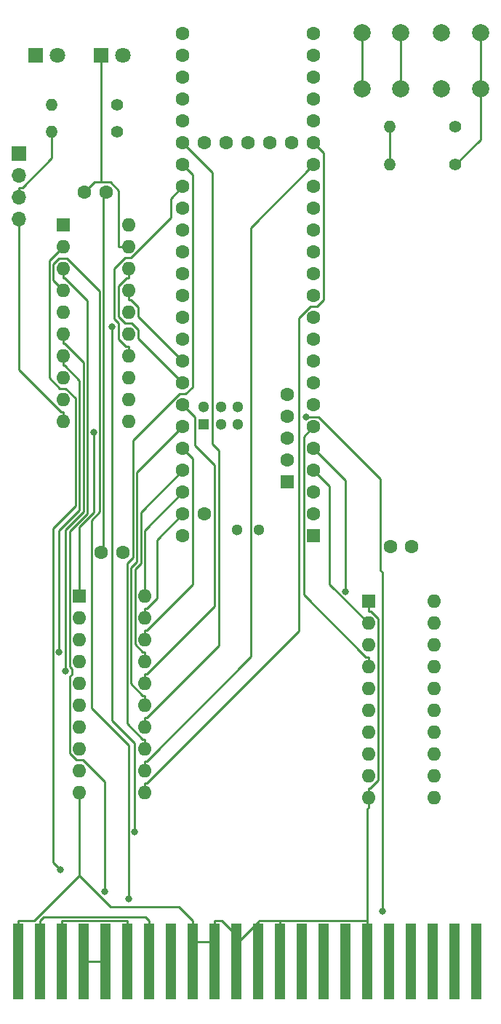
<source format=gtl>
G04 #@! TF.GenerationSoftware,KiCad,Pcbnew,(6.0.6)*
G04 #@! TF.CreationDate,2023-01-06T14:08:34+01:00*
G04 #@! TF.ProjectId,RTO_cart,52544f5f-6361-4727-942e-6b696361645f,rev?*
G04 #@! TF.SameCoordinates,Original*
G04 #@! TF.FileFunction,Copper,L1,Top*
G04 #@! TF.FilePolarity,Positive*
%FSLAX46Y46*%
G04 Gerber Fmt 4.6, Leading zero omitted, Abs format (unit mm)*
G04 Created by KiCad (PCBNEW (6.0.6)) date 2023-01-06 14:08:34*
%MOMM*%
%LPD*%
G01*
G04 APERTURE LIST*
G04 #@! TA.AperFunction,ComponentPad*
%ADD10C,1.400000*%
G04 #@! TD*
G04 #@! TA.AperFunction,ComponentPad*
%ADD11O,1.400000X1.400000*%
G04 #@! TD*
G04 #@! TA.AperFunction,ComponentPad*
%ADD12R,1.600000X1.600000*%
G04 #@! TD*
G04 #@! TA.AperFunction,ComponentPad*
%ADD13C,1.600000*%
G04 #@! TD*
G04 #@! TA.AperFunction,ComponentPad*
%ADD14R,1.300000X1.300000*%
G04 #@! TD*
G04 #@! TA.AperFunction,ComponentPad*
%ADD15C,1.300000*%
G04 #@! TD*
G04 #@! TA.AperFunction,ComponentPad*
%ADD16R,1.800000X1.800000*%
G04 #@! TD*
G04 #@! TA.AperFunction,ComponentPad*
%ADD17C,1.800000*%
G04 #@! TD*
G04 #@! TA.AperFunction,ComponentPad*
%ADD18C,2.000000*%
G04 #@! TD*
G04 #@! TA.AperFunction,ComponentPad*
%ADD19R,1.700000X1.700000*%
G04 #@! TD*
G04 #@! TA.AperFunction,ComponentPad*
%ADD20O,1.700000X1.700000*%
G04 #@! TD*
G04 #@! TA.AperFunction,ComponentPad*
%ADD21O,1.600000X1.600000*%
G04 #@! TD*
G04 #@! TA.AperFunction,ConnectorPad*
%ADD22R,1.270000X8.840000*%
G04 #@! TD*
G04 #@! TA.AperFunction,ViaPad*
%ADD23C,0.800000*%
G04 #@! TD*
G04 #@! TA.AperFunction,Conductor*
%ADD24C,0.250000*%
G04 #@! TD*
G04 APERTURE END LIST*
D10*
X102870000Y-91440000D03*
D11*
X95250000Y-91440000D03*
D12*
X125730000Y-138430000D03*
D13*
X125730000Y-135890000D03*
X125730000Y-133350000D03*
X125730000Y-130810000D03*
X125730000Y-128270000D03*
X125730000Y-125730000D03*
X125730000Y-123190000D03*
X125730000Y-120650000D03*
X125730000Y-118110000D03*
X125730000Y-115570000D03*
X125730000Y-113030000D03*
X125730000Y-110490000D03*
X125730000Y-107950000D03*
X125730000Y-105410000D03*
X125730000Y-102870000D03*
X125730000Y-100330000D03*
X125730000Y-97790000D03*
X125730000Y-95250000D03*
X125730000Y-92710000D03*
X125730000Y-90170000D03*
X125730000Y-87630000D03*
X125730000Y-85090000D03*
X125730000Y-82550000D03*
X125730000Y-80010000D03*
X110490000Y-80010000D03*
X110490000Y-82550000D03*
X110490000Y-85090000D03*
X110490000Y-87630000D03*
X110490000Y-90170000D03*
X110490000Y-92710000D03*
X110490000Y-95250000D03*
X110490000Y-97790000D03*
X110490000Y-100330000D03*
X110490000Y-102870000D03*
X110490000Y-105410000D03*
X110490000Y-107950000D03*
X110490000Y-110490000D03*
X110490000Y-113030000D03*
X110490000Y-115570000D03*
X110490000Y-118110000D03*
X110490000Y-120650000D03*
X110490000Y-123190000D03*
X110490000Y-125730000D03*
X110490000Y-128270000D03*
X110490000Y-130810000D03*
X110490000Y-133350000D03*
X110490000Y-135890000D03*
X110490000Y-138430000D03*
X113030000Y-135890000D03*
X123190000Y-92710000D03*
X120650000Y-92710000D03*
X118110000Y-92710000D03*
X115570000Y-92710000D03*
X113030000Y-92710000D03*
D12*
X122679200Y-132130800D03*
D13*
X122679200Y-129590800D03*
X122679200Y-127050800D03*
X122679200Y-124510800D03*
X122679200Y-121970800D03*
D14*
X112928400Y-125460000D03*
D15*
X114928400Y-125460000D03*
X116928400Y-125460000D03*
X116928400Y-123460000D03*
X114928400Y-123460000D03*
X112928400Y-123460000D03*
X116840000Y-137700000D03*
X119380000Y-137700000D03*
D16*
X93340000Y-82550000D03*
D17*
X95880000Y-82550000D03*
D18*
X131360000Y-79935000D03*
X131360000Y-86435000D03*
X135860000Y-86435000D03*
X135860000Y-79935000D03*
D10*
X142240000Y-90805000D03*
D11*
X134620000Y-90805000D03*
D18*
X140625000Y-79935000D03*
X140625000Y-86435000D03*
X145125000Y-79935000D03*
X145125000Y-86435000D03*
D19*
X91440000Y-93990000D03*
D20*
X91440000Y-96530000D03*
X91440000Y-99070000D03*
X91440000Y-101610000D03*
D10*
X102870000Y-88265000D03*
D11*
X95250000Y-88265000D03*
D13*
X101560000Y-98425000D03*
X99060000Y-98425000D03*
X101005000Y-140335000D03*
X103505000Y-140335000D03*
D12*
X132090000Y-146055000D03*
D21*
X132090000Y-148595000D03*
X132090000Y-151135000D03*
X132090000Y-153675000D03*
X132090000Y-156215000D03*
X132090000Y-158755000D03*
X132090000Y-161295000D03*
X132090000Y-163835000D03*
X132090000Y-166375000D03*
X132090000Y-168915000D03*
X139710000Y-168915000D03*
X139710000Y-166375000D03*
X139710000Y-163835000D03*
X139710000Y-161295000D03*
X139710000Y-158755000D03*
X139710000Y-156215000D03*
X139710000Y-153675000D03*
X139710000Y-151135000D03*
X139710000Y-148595000D03*
X139710000Y-146055000D03*
D12*
X98435000Y-145420000D03*
D21*
X98435000Y-147960000D03*
X98435000Y-150500000D03*
X98435000Y-153040000D03*
X98435000Y-155580000D03*
X98435000Y-158120000D03*
X98435000Y-160660000D03*
X98435000Y-163200000D03*
X98435000Y-165740000D03*
X98435000Y-168280000D03*
X106055000Y-168280000D03*
X106055000Y-165740000D03*
X106055000Y-163200000D03*
X106055000Y-160660000D03*
X106055000Y-158120000D03*
X106055000Y-155580000D03*
X106055000Y-153040000D03*
X106055000Y-150500000D03*
X106055000Y-147960000D03*
X106055000Y-145420000D03*
D12*
X96530000Y-102240000D03*
D21*
X96530000Y-104780000D03*
X96530000Y-107320000D03*
X96530000Y-109860000D03*
X96530000Y-112400000D03*
X96530000Y-114940000D03*
X96530000Y-117480000D03*
X96530000Y-120020000D03*
X96530000Y-122560000D03*
X96530000Y-125100000D03*
X104150000Y-125100000D03*
X104150000Y-122560000D03*
X104150000Y-120020000D03*
X104150000Y-117480000D03*
X104150000Y-114940000D03*
X104150000Y-112400000D03*
X104150000Y-109860000D03*
X104150000Y-107320000D03*
X104150000Y-104780000D03*
X104150000Y-102240000D03*
D10*
X142240000Y-95250000D03*
D11*
X134620000Y-95250000D03*
D13*
X134640000Y-139700000D03*
X137140000Y-139700000D03*
D22*
X144665700Y-187960000D03*
X142125700Y-187960000D03*
X139585700Y-187960000D03*
X137045700Y-187960000D03*
X134505700Y-187960000D03*
X131965700Y-187960000D03*
X129425700Y-187960000D03*
X126885700Y-187960000D03*
X124345700Y-187960000D03*
X121805700Y-187960000D03*
X119265700Y-187960000D03*
X116725700Y-187960000D03*
X114185700Y-187960000D03*
X111645700Y-187960000D03*
X109105700Y-187960000D03*
X106565700Y-187960000D03*
X104025700Y-187960000D03*
X101485700Y-187960000D03*
X98945700Y-187960000D03*
X96405700Y-187960000D03*
X93865700Y-187960000D03*
X91325700Y-187960000D03*
D16*
X100960000Y-82550000D03*
D17*
X103500000Y-82550000D03*
D23*
X133750300Y-182135200D03*
X124853000Y-124603000D03*
X96096400Y-151914800D03*
X96859600Y-154186400D03*
X102260400Y-114143800D03*
X104893800Y-172901300D03*
X104155600Y-180653500D03*
X101398200Y-179824700D03*
X96217100Y-177290700D03*
X100084500Y-126359400D03*
X129441000Y-144883400D03*
D24*
X101005000Y-140335000D02*
X101259700Y-140080300D01*
X101259700Y-140080300D02*
X101259700Y-98725300D01*
X101259700Y-98725300D02*
X101560000Y-98425000D01*
X111645700Y-183327400D02*
X111645700Y-183214900D01*
X111645700Y-185643700D02*
X114185700Y-185643700D01*
X132090000Y-168915000D02*
X132090000Y-167789900D01*
X131965700Y-170164400D02*
X132090000Y-170040100D01*
X107469800Y-145653200D02*
X106288100Y-146834900D01*
X100960000Y-82550000D02*
X100960000Y-83775100D01*
X116725700Y-187960000D02*
X116725700Y-187366800D01*
X114185700Y-187960000D02*
X114185700Y-185643700D01*
X115025800Y-183214900D02*
X114185700Y-183214900D01*
X131965700Y-183214900D02*
X131965700Y-170164400D01*
X111645700Y-183214900D02*
X110022300Y-181591500D01*
X132371300Y-147180100D02*
X133231300Y-148040100D01*
X116725700Y-186773700D02*
X116725700Y-184914800D01*
X96296800Y-123974900D02*
X96530000Y-123974900D01*
X133231300Y-166881700D02*
X132323100Y-167789900D01*
X116725700Y-184914800D02*
X115025800Y-183214900D01*
X91325700Y-183214900D02*
X93182500Y-183214900D01*
X114185700Y-185643700D02*
X114185700Y-183214900D01*
X110490000Y-135890000D02*
X107469800Y-138910200D01*
X132090000Y-169477500D02*
X132090000Y-170040100D01*
X132323100Y-167789900D02*
X132090000Y-167789900D01*
X91440000Y-119118100D02*
X96296800Y-123974900D01*
X111645700Y-185643700D02*
X111645700Y-183327400D01*
X93182500Y-183214900D02*
X98435000Y-177962400D01*
X119265700Y-187960000D02*
X119265700Y-183327400D01*
X116725700Y-187366800D02*
X116725700Y-186773700D01*
X102064100Y-181591500D02*
X98435000Y-177962400D01*
X132090000Y-169477500D02*
X132090000Y-168915000D01*
X103024900Y-98260900D02*
X103024900Y-104780000D01*
X107469800Y-138910200D02*
X107469800Y-145653200D01*
X98435000Y-177962400D02*
X98435000Y-168280000D01*
X91440000Y-101610000D02*
X91440000Y-119118100D01*
X99060000Y-98425000D02*
X100196300Y-97288700D01*
X116725700Y-186773700D02*
X116725700Y-185867400D01*
X131965700Y-183327400D02*
X131965700Y-183214900D01*
X121805700Y-187960000D02*
X121805700Y-183214900D01*
X133231300Y-148040100D02*
X133231300Y-166881700D01*
X119378200Y-183214900D02*
X121805700Y-183214900D01*
X116725700Y-185867400D02*
X119265700Y-183327400D01*
X110022300Y-181591500D02*
X102064100Y-181591500D01*
X106288100Y-146834900D02*
X106055000Y-146834900D01*
X102052700Y-97288700D02*
X103024900Y-98260900D01*
X132090000Y-146055000D02*
X132090000Y-147180100D01*
X131965700Y-187960000D02*
X131965700Y-183327400D01*
X104150000Y-104780000D02*
X103024900Y-104780000D01*
X131965700Y-183214900D02*
X121805700Y-183214900D01*
X100960000Y-97288700D02*
X102052700Y-97288700D01*
X91325700Y-187960000D02*
X91325700Y-183214900D01*
X100196300Y-97288700D02*
X100960000Y-97288700D01*
X100960000Y-97288700D02*
X100960000Y-83775100D01*
X111645700Y-187960000D02*
X111645700Y-185643700D01*
X106055000Y-147960000D02*
X106055000Y-146834900D01*
X96530000Y-125100000D02*
X96530000Y-123974900D01*
X119265700Y-183327400D02*
X119378200Y-183214900D01*
X132090000Y-147180100D02*
X132371300Y-147180100D01*
X133750300Y-142717800D02*
X133750300Y-182135200D01*
X133440100Y-131761500D02*
X133440100Y-142407600D01*
X126281600Y-124603000D02*
X133440100Y-131761500D01*
X124853000Y-124603000D02*
X126281600Y-124603000D01*
X133440100Y-142407600D02*
X133750300Y-142717800D01*
X98459100Y-120357800D02*
X96706400Y-118605100D01*
X96096400Y-151914800D02*
X96096400Y-137815700D01*
X96096400Y-137815700D02*
X98459100Y-135453000D01*
X98459100Y-135453000D02*
X98459100Y-120357800D01*
X96706400Y-118605100D02*
X96530000Y-118605100D01*
X96530000Y-117480000D02*
X96530000Y-118605100D01*
X98909200Y-118267900D02*
X96706400Y-116065100D01*
X96706400Y-116065100D02*
X96530000Y-116065100D01*
X96859600Y-137689100D02*
X98909200Y-135639500D01*
X96530000Y-114940000D02*
X96530000Y-116065100D01*
X98909200Y-135639500D02*
X98909200Y-118267900D01*
X96859600Y-154186400D02*
X96859600Y-137689100D01*
X102260400Y-159932300D02*
X102260400Y-114143800D01*
X104893800Y-162565700D02*
X102260400Y-159932300D01*
X104893800Y-172901300D02*
X104893800Y-162565700D01*
X96042400Y-106188300D02*
X95366700Y-106864000D01*
X95366700Y-106864000D02*
X95366700Y-108696700D01*
X99866900Y-158507200D02*
X99866900Y-136591600D01*
X96999300Y-106188300D02*
X96042400Y-106188300D01*
X104155600Y-162795900D02*
X99866900Y-158507200D01*
X100809600Y-109998600D02*
X96999300Y-106188300D01*
X99866900Y-136591600D02*
X100809600Y-135648900D01*
X100809600Y-135648900D02*
X100809600Y-109998600D01*
X104155600Y-180653500D02*
X104155600Y-162795900D01*
X95366700Y-108696700D02*
X96530000Y-109860000D01*
X97610300Y-154512400D02*
X97610300Y-153911600D01*
X101398200Y-167036000D02*
X98832200Y-164470000D01*
X97309800Y-154812900D02*
X97610300Y-154512400D01*
X96530000Y-107320000D02*
X96530000Y-108445100D01*
X99359300Y-135826000D02*
X99359300Y-111041300D01*
X101398200Y-179824700D02*
X101398200Y-167036000D01*
X98832200Y-164470000D02*
X98070900Y-164470000D01*
X97309800Y-163708900D02*
X97309800Y-154812900D01*
X97309800Y-153611100D02*
X97309800Y-137875500D01*
X97309800Y-137875500D02*
X99359300Y-135826000D01*
X99359300Y-111041300D02*
X96763100Y-108445100D01*
X98070900Y-164470000D02*
X97309800Y-163708900D01*
X97610300Y-153911600D02*
X97309800Y-153611100D01*
X96763100Y-108445100D02*
X96530000Y-108445100D01*
X93865700Y-183214900D02*
X94315800Y-182764800D01*
X93865700Y-187960000D02*
X93865700Y-183214900D01*
X106115600Y-182764800D02*
X106565700Y-183214900D01*
X106565700Y-187960000D02*
X106565700Y-183214900D01*
X94315800Y-182764800D02*
X106115600Y-182764800D01*
X95358600Y-176432200D02*
X96217100Y-177290700D01*
X94916500Y-120045500D02*
X96160700Y-121289700D01*
X98009000Y-134898400D02*
X95358600Y-137548800D01*
X94916500Y-106393500D02*
X94916500Y-120045500D01*
X98009000Y-122444800D02*
X98009000Y-134898400D01*
X96530000Y-104780000D02*
X94916500Y-106393500D01*
X96160700Y-121289700D02*
X96853900Y-121289700D01*
X95358600Y-137548800D02*
X95358600Y-176432200D01*
X96853900Y-121289700D02*
X98009000Y-122444800D01*
X104025700Y-187960000D02*
X104025700Y-183214900D01*
X96405700Y-187960000D02*
X96405700Y-183214900D01*
X96405700Y-183214900D02*
X104025700Y-183214900D01*
X98945700Y-187960000D02*
X101485700Y-187960000D01*
X98435000Y-137386900D02*
X100084500Y-135737400D01*
X100084500Y-135737400D02*
X100084500Y-126359400D01*
X98435000Y-145420000D02*
X98435000Y-144294900D01*
X98435000Y-144294900D02*
X98435000Y-137386900D01*
X103024900Y-115511200D02*
X103024900Y-113721300D01*
X109075200Y-99204800D02*
X110490000Y-97790000D01*
X103868600Y-116354900D02*
X103024900Y-115511200D01*
X103024900Y-113721300D02*
X102503600Y-113200000D01*
X104150000Y-117480000D02*
X104150000Y-116354900D01*
X104471300Y-106050000D02*
X109075200Y-101446100D01*
X102503600Y-107308500D02*
X103762100Y-106050000D01*
X109075200Y-101446100D02*
X109075200Y-99204800D01*
X104150000Y-116354900D02*
X103868600Y-116354900D01*
X102503600Y-113200000D02*
X102503600Y-107308500D01*
X103762100Y-106050000D02*
X104471300Y-106050000D01*
X105275100Y-111828800D02*
X105275100Y-112895100D01*
X104150000Y-110985100D02*
X104431400Y-110985100D01*
X104150000Y-109860000D02*
X104150000Y-110985100D01*
X105275100Y-112895100D02*
X110490000Y-118110000D01*
X104431400Y-110985100D02*
X105275100Y-111828800D01*
X110490000Y-120650000D02*
X105312300Y-115472300D01*
X103916800Y-108445100D02*
X104150000Y-108445100D01*
X102983100Y-112881500D02*
X102983100Y-109378800D01*
X102983100Y-109378800D02*
X103916800Y-108445100D01*
X103771600Y-113670000D02*
X102983100Y-112881500D01*
X104518600Y-113670000D02*
X103771600Y-113670000D01*
X105312300Y-114463700D02*
X104518600Y-113670000D01*
X105312300Y-115472300D02*
X105312300Y-114463700D01*
X104150000Y-107320000D02*
X104150000Y-108445100D01*
X106336300Y-167154900D02*
X106055000Y-167154900D01*
X126099300Y-111760000D02*
X125343500Y-111760000D01*
X124032800Y-149458400D02*
X106336300Y-167154900D01*
X106055000Y-168280000D02*
X106055000Y-167154900D01*
X125730000Y-92710000D02*
X126883400Y-93863400D01*
X125343500Y-111760000D02*
X124032800Y-113070700D01*
X124032800Y-113070700D02*
X124032800Y-149458400D01*
X126883400Y-93863400D02*
X126883400Y-110975900D01*
X126883400Y-110975900D02*
X126099300Y-111760000D01*
X118404800Y-152498200D02*
X106288100Y-164614900D01*
X106055000Y-165740000D02*
X106055000Y-164614900D01*
X106288100Y-164614900D02*
X106055000Y-164614900D01*
X118404800Y-102575200D02*
X118404800Y-152498200D01*
X125730000Y-95250000D02*
X118404800Y-102575200D01*
X105821800Y-162074900D02*
X106055000Y-162074900D01*
X104692900Y-127315100D02*
X104692900Y-140916800D01*
X110088000Y-121920000D02*
X104692900Y-127315100D01*
X103977300Y-141632400D02*
X103977300Y-160230400D01*
X106055000Y-163200000D02*
X106055000Y-162074900D01*
X103977300Y-160230400D02*
X105821800Y-162074900D01*
X110490000Y-95250000D02*
X111623500Y-96383500D01*
X111623500Y-96383500D02*
X111623500Y-121107800D01*
X111623500Y-121107800D02*
X110811300Y-121920000D01*
X110811300Y-121920000D02*
X110088000Y-121920000D01*
X104692900Y-140916800D02*
X103977300Y-141632400D01*
X106055000Y-160660000D02*
X106055000Y-159534900D01*
X114662700Y-128510800D02*
X113928500Y-127776600D01*
X114662700Y-151208500D02*
X114662700Y-128510800D01*
X113928500Y-127776600D02*
X113928500Y-96148500D01*
X106336300Y-159534900D02*
X114662700Y-151208500D01*
X113928500Y-96148500D02*
X110490000Y-92710000D01*
X106055000Y-159534900D02*
X106336300Y-159534900D01*
X105143000Y-131077000D02*
X110490000Y-125730000D01*
X105143000Y-141421500D02*
X105143000Y-131077000D01*
X105821800Y-156994900D02*
X104448500Y-155621600D01*
X104448500Y-142116000D02*
X105143000Y-141421500D01*
X106055000Y-158120000D02*
X106055000Y-156994900D01*
X104448500Y-155621600D02*
X104448500Y-142116000D01*
X106055000Y-156994900D02*
X105821800Y-156994900D01*
X111904800Y-124604800D02*
X110490000Y-123190000D01*
X106055000Y-155580000D02*
X106055000Y-154454900D01*
X106336300Y-154454900D02*
X114197600Y-146593600D01*
X114197600Y-146593600D02*
X114197600Y-130169500D01*
X114197600Y-130169500D02*
X111904800Y-127876700D01*
X111904800Y-127876700D02*
X111904800Y-124604800D01*
X106055000Y-154454900D02*
X106336300Y-154454900D01*
X105593100Y-135706900D02*
X110490000Y-130810000D01*
X105821800Y-151914900D02*
X104917900Y-151011000D01*
X106055000Y-153040000D02*
X106055000Y-151914900D01*
X104917900Y-142283200D02*
X105593100Y-141608000D01*
X106055000Y-151914900D02*
X105821800Y-151914900D01*
X105593100Y-141608000D02*
X105593100Y-135706900D01*
X104917900Y-151011000D02*
X104917900Y-142283200D01*
X106055000Y-149374900D02*
X106336300Y-149374900D01*
X106336300Y-149374900D02*
X111626300Y-144084900D01*
X111626300Y-144084900D02*
X111626300Y-129406300D01*
X106055000Y-150500000D02*
X106055000Y-149374900D01*
X111626300Y-129406300D02*
X110490000Y-128270000D01*
X132090000Y-148595000D02*
X127593700Y-144098700D01*
X127593700Y-132673700D02*
X125730000Y-130810000D01*
X127593700Y-144098700D02*
X127593700Y-132673700D01*
X125730000Y-128270000D02*
X129441000Y-131981000D01*
X129441000Y-131981000D02*
X129441000Y-144883400D01*
X131808700Y-152549900D02*
X124560900Y-145302100D01*
X124560900Y-145302100D02*
X124560900Y-126899100D01*
X132090000Y-153675000D02*
X132090000Y-152549900D01*
X124560900Y-126899100D02*
X125730000Y-125730000D01*
X132090000Y-152549900D02*
X131808700Y-152549900D01*
X134620000Y-95250000D02*
X134620000Y-90805000D01*
X95250000Y-94452100D02*
X95250000Y-91440000D01*
X91807200Y-97894900D02*
X95250000Y-94452100D01*
X106055000Y-145420000D02*
X106055000Y-137785000D01*
X91440000Y-99070000D02*
X91440000Y-97894900D01*
X91440000Y-97894900D02*
X91807200Y-97894900D01*
X106055000Y-137785000D02*
X110490000Y-133350000D01*
X145125000Y-92365000D02*
X145125000Y-86435000D01*
X145125000Y-86435000D02*
X145125000Y-79935000D01*
X142240000Y-95250000D02*
X145125000Y-92365000D01*
X135860000Y-79935000D02*
X135860000Y-86435000D01*
X131360000Y-86435000D02*
X131360000Y-79935000D01*
M02*

</source>
